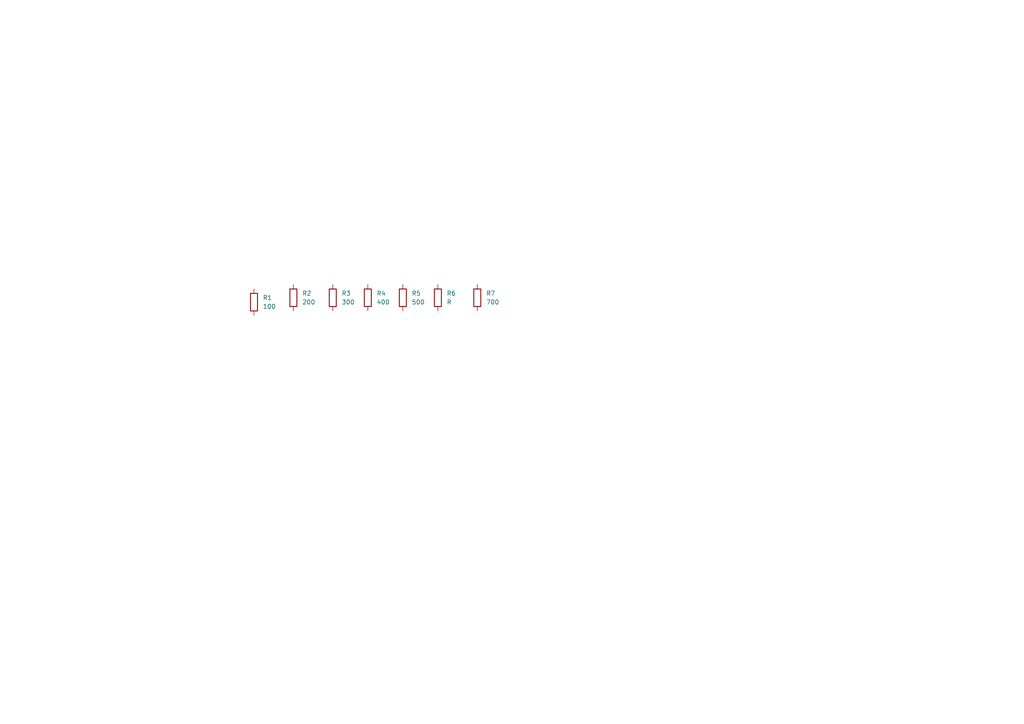
<source format=kicad_sch>
(kicad_sch (version 20230121) (generator eeschema)
  (paper "A4")
  (lib_symbols
    (symbol "Device:R" (pin_numbers hide) (pin_names (offset 0))
      (property "Reference" "R" (at 2.032 0 90))
      (property "Value" "R" (at 0 0 90))
      (symbol "R_0_1"
        (rectangle (start -1.016 -2.54) (end 1.016 2.54) (stroke (width 0.254)))
      )
      (symbol "R_1_1"
        (pin passive line (at 0 3.81 270) (length 1.27) (name "~") (number "1"))
        (pin passive line (at 0 -3.81 90) (length 1.27) (name "~") (number "2"))
      )
    )
  )
  (symbol (lib_id "Device:R") (at 106.68 86.36 0) (unit 1)
    (property "Reference" "R4" (at 109.22 85.09 0) (effects (justify left)))
    (property "Value" "400" (at 109.22 87.63 0) (effects (justify left)))
  )
  (symbol (lib_id "Device:R") (at 116.84 86.36 0) (unit 1)
    (property "Reference" "R5" (at 119.38 85.09 0) (effects (justify left)))
    (property "Value" "500" (at 119.38 87.63 0) (effects (justify left)))
  )
  (symbol (lib_id "Device:R") (at 96.52 86.36 0) (unit 1)
    (property "Reference" "R3" (at 99.06 85.09 0) (effects (justify left)))
    (property "Value" "300" (at 99.06 87.63 0) (effects (justify left)))
  )
  (symbol (lib_id "Device:R") (at 85.09 86.36 0) (unit 1)
    (property "Reference" "R2" (at 87.63 85.09 0) (effects (justify left)))
    (property "Value" "200" (at 87.63 87.63 0) (effects (justify left)))
  )
  (symbol (lib_id "Device:R") (at 73.66 87.63 0) (unit 1)
    (property "Reference" "R1" (at 76.2 86.36 0) (effects (justify left)))
    (property "Value" "100" (at 76.2 88.9 0) (effects (justify left)))
  )
  (symbol (lib_id "Device:R") (at 138.43 86.36 0) (unit 1)
    (property "Reference" "R7" (at 140.97 85.09 0) (effects (justify left)))
    (property "Value" "700" (at 140.97 87.63 0) (effects (justify left)))
  )
  (symbol (lib_id "Device:R") (at 127 86.36 0) (unit 1)
    (property "Reference" "R6" (at 129.54 85.09 0) (effects (justify left)))
    (property "Value" "R" (at 129.54 87.63 0) (effects (justify left)))
  )
)
</source>
